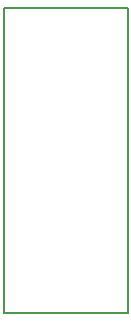
<source format=gbr>
G04 DipTrace 3.3.1.3*
G04 BoardOutline.gbr*
%MOMM*%
G04 #@! TF.FileFunction,Profile*
G04 #@! TF.Part,Single*
%ADD11C,0.14*%
%FSLAX35Y35*%
G04*
G71*
G90*
G75*
G01*
G04 BoardOutline*
%LPD*%
X1000000Y3587625D2*
D11*
X2047750D1*
Y1000000D1*
X1000000D1*
Y3587625D1*
M02*

</source>
